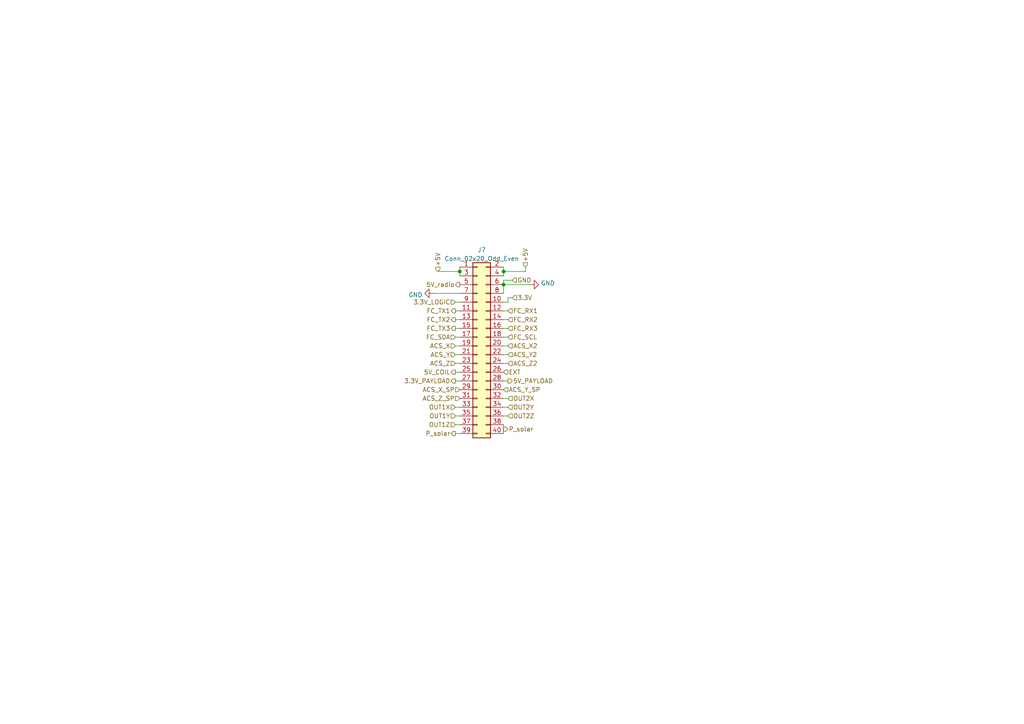
<source format=kicad_sch>
(kicad_sch (version 20211123) (generator eeschema)

  (uuid 57b43c94-0bd6-412c-b618-7087f3f99ff2)

  (paper "A4")

  (title_block
    (title "Board-to-Board Connector")
    (date "2022-12-06")
    (rev "Cainã C.")
    (company "AtomSat")
  )

  (lib_symbols
    (symbol "Connector_Generic:Conn_02x20_Odd_Even" (pin_names (offset 1.016) hide) (in_bom yes) (on_board yes)
      (property "Reference" "J" (id 0) (at 1.27 25.4 0)
        (effects (font (size 1.27 1.27)))
      )
      (property "Value" "Conn_02x20_Odd_Even" (id 1) (at 1.27 -27.94 0)
        (effects (font (size 1.27 1.27)))
      )
      (property "Footprint" "" (id 2) (at 0 0 0)
        (effects (font (size 1.27 1.27)) hide)
      )
      (property "Datasheet" "~" (id 3) (at 0 0 0)
        (effects (font (size 1.27 1.27)) hide)
      )
      (property "ki_keywords" "connector" (id 4) (at 0 0 0)
        (effects (font (size 1.27 1.27)) hide)
      )
      (property "ki_description" "Generic connector, double row, 02x20, odd/even pin numbering scheme (row 1 odd numbers, row 2 even numbers), script generated (kicad-library-utils/schlib/autogen/connector/)" (id 5) (at 0 0 0)
        (effects (font (size 1.27 1.27)) hide)
      )
      (property "ki_fp_filters" "Connector*:*_2x??_*" (id 6) (at 0 0 0)
        (effects (font (size 1.27 1.27)) hide)
      )
      (symbol "Conn_02x20_Odd_Even_1_1"
        (rectangle (start -1.27 -25.273) (end 0 -25.527)
          (stroke (width 0.1524) (type default) (color 0 0 0 0))
          (fill (type none))
        )
        (rectangle (start -1.27 -22.733) (end 0 -22.987)
          (stroke (width 0.1524) (type default) (color 0 0 0 0))
          (fill (type none))
        )
        (rectangle (start -1.27 -20.193) (end 0 -20.447)
          (stroke (width 0.1524) (type default) (color 0 0 0 0))
          (fill (type none))
        )
        (rectangle (start -1.27 -17.653) (end 0 -17.907)
          (stroke (width 0.1524) (type default) (color 0 0 0 0))
          (fill (type none))
        )
        (rectangle (start -1.27 -15.113) (end 0 -15.367)
          (stroke (width 0.1524) (type default) (color 0 0 0 0))
          (fill (type none))
        )
        (rectangle (start -1.27 -12.573) (end 0 -12.827)
          (stroke (width 0.1524) (type default) (color 0 0 0 0))
          (fill (type none))
        )
        (rectangle (start -1.27 -10.033) (end 0 -10.287)
          (stroke (width 0.1524) (type default) (color 0 0 0 0))
          (fill (type none))
        )
        (rectangle (start -1.27 -7.493) (end 0 -7.747)
          (stroke (width 0.1524) (type default) (color 0 0 0 0))
          (fill (type none))
        )
        (rectangle (start -1.27 -4.953) (end 0 -5.207)
          (stroke (width 0.1524) (type default) (color 0 0 0 0))
          (fill (type none))
        )
        (rectangle (start -1.27 -2.413) (end 0 -2.667)
          (stroke (width 0.1524) (type default) (color 0 0 0 0))
          (fill (type none))
        )
        (rectangle (start -1.27 0.127) (end 0 -0.127)
          (stroke (width 0.1524) (type default) (color 0 0 0 0))
          (fill (type none))
        )
        (rectangle (start -1.27 2.667) (end 0 2.413)
          (stroke (width 0.1524) (type default) (color 0 0 0 0))
          (fill (type none))
        )
        (rectangle (start -1.27 5.207) (end 0 4.953)
          (stroke (width 0.1524) (type default) (color 0 0 0 0))
          (fill (type none))
        )
        (rectangle (start -1.27 7.747) (end 0 7.493)
          (stroke (width 0.1524) (type default) (color 0 0 0 0))
          (fill (type none))
        )
        (rectangle (start -1.27 10.287) (end 0 10.033)
          (stroke (width 0.1524) (type default) (color 0 0 0 0))
          (fill (type none))
        )
        (rectangle (start -1.27 12.827) (end 0 12.573)
          (stroke (width 0.1524) (type default) (color 0 0 0 0))
          (fill (type none))
        )
        (rectangle (start -1.27 15.367) (end 0 15.113)
          (stroke (width 0.1524) (type default) (color 0 0 0 0))
          (fill (type none))
        )
        (rectangle (start -1.27 17.907) (end 0 17.653)
          (stroke (width 0.1524) (type default) (color 0 0 0 0))
          (fill (type none))
        )
        (rectangle (start -1.27 20.447) (end 0 20.193)
          (stroke (width 0.1524) (type default) (color 0 0 0 0))
          (fill (type none))
        )
        (rectangle (start -1.27 22.987) (end 0 22.733)
          (stroke (width 0.1524) (type default) (color 0 0 0 0))
          (fill (type none))
        )
        (rectangle (start -1.27 24.13) (end 3.81 -26.67)
          (stroke (width 0.254) (type default) (color 0 0 0 0))
          (fill (type background))
        )
        (rectangle (start 3.81 -25.273) (end 2.54 -25.527)
          (stroke (width 0.1524) (type default) (color 0 0 0 0))
          (fill (type none))
        )
        (rectangle (start 3.81 -22.733) (end 2.54 -22.987)
          (stroke (width 0.1524) (type default) (color 0 0 0 0))
          (fill (type none))
        )
        (rectangle (start 3.81 -20.193) (end 2.54 -20.447)
          (stroke (width 0.1524) (type default) (color 0 0 0 0))
          (fill (type none))
        )
        (rectangle (start 3.81 -17.653) (end 2.54 -17.907)
          (stroke (width 0.1524) (type default) (color 0 0 0 0))
          (fill (type none))
        )
        (rectangle (start 3.81 -15.113) (end 2.54 -15.367)
          (stroke (width 0.1524) (type default) (color 0 0 0 0))
          (fill (type none))
        )
        (rectangle (start 3.81 -12.573) (end 2.54 -12.827)
          (stroke (width 0.1524) (type default) (color 0 0 0 0))
          (fill (type none))
        )
        (rectangle (start 3.81 -10.033) (end 2.54 -10.287)
          (stroke (width 0.1524) (type default) (color 0 0 0 0))
          (fill (type none))
        )
        (rectangle (start 3.81 -7.493) (end 2.54 -7.747)
          (stroke (width 0.1524) (type default) (color 0 0 0 0))
          (fill (type none))
        )
        (rectangle (start 3.81 -4.953) (end 2.54 -5.207)
          (stroke (width 0.1524) (type default) (color 0 0 0 0))
          (fill (type none))
        )
        (rectangle (start 3.81 -2.413) (end 2.54 -2.667)
          (stroke (width 0.1524) (type default) (color 0 0 0 0))
          (fill (type none))
        )
        (rectangle (start 3.81 0.127) (end 2.54 -0.127)
          (stroke (width 0.1524) (type default) (color 0 0 0 0))
          (fill (type none))
        )
        (rectangle (start 3.81 2.667) (end 2.54 2.413)
          (stroke (width 0.1524) (type default) (color 0 0 0 0))
          (fill (type none))
        )
        (rectangle (start 3.81 5.207) (end 2.54 4.953)
          (stroke (width 0.1524) (type default) (color 0 0 0 0))
          (fill (type none))
        )
        (rectangle (start 3.81 7.747) (end 2.54 7.493)
          (stroke (width 0.1524) (type default) (color 0 0 0 0))
          (fill (type none))
        )
        (rectangle (start 3.81 10.287) (end 2.54 10.033)
          (stroke (width 0.1524) (type default) (color 0 0 0 0))
          (fill (type none))
        )
        (rectangle (start 3.81 12.827) (end 2.54 12.573)
          (stroke (width 0.1524) (type default) (color 0 0 0 0))
          (fill (type none))
        )
        (rectangle (start 3.81 15.367) (end 2.54 15.113)
          (stroke (width 0.1524) (type default) (color 0 0 0 0))
          (fill (type none))
        )
        (rectangle (start 3.81 17.907) (end 2.54 17.653)
          (stroke (width 0.1524) (type default) (color 0 0 0 0))
          (fill (type none))
        )
        (rectangle (start 3.81 20.447) (end 2.54 20.193)
          (stroke (width 0.1524) (type default) (color 0 0 0 0))
          (fill (type none))
        )
        (rectangle (start 3.81 22.987) (end 2.54 22.733)
          (stroke (width 0.1524) (type default) (color 0 0 0 0))
          (fill (type none))
        )
        (pin passive line (at -5.08 22.86 0) (length 3.81)
          (name "Pin_1" (effects (font (size 1.27 1.27))))
          (number "1" (effects (font (size 1.27 1.27))))
        )
        (pin passive line (at 7.62 12.7 180) (length 3.81)
          (name "Pin_10" (effects (font (size 1.27 1.27))))
          (number "10" (effects (font (size 1.27 1.27))))
        )
        (pin passive line (at -5.08 10.16 0) (length 3.81)
          (name "Pin_11" (effects (font (size 1.27 1.27))))
          (number "11" (effects (font (size 1.27 1.27))))
        )
        (pin passive line (at 7.62 10.16 180) (length 3.81)
          (name "Pin_12" (effects (font (size 1.27 1.27))))
          (number "12" (effects (font (size 1.27 1.27))))
        )
        (pin passive line (at -5.08 7.62 0) (length 3.81)
          (name "Pin_13" (effects (font (size 1.27 1.27))))
          (number "13" (effects (font (size 1.27 1.27))))
        )
        (pin passive line (at 7.62 7.62 180) (length 3.81)
          (name "Pin_14" (effects (font (size 1.27 1.27))))
          (number "14" (effects (font (size 1.27 1.27))))
        )
        (pin passive line (at -5.08 5.08 0) (length 3.81)
          (name "Pin_15" (effects (font (size 1.27 1.27))))
          (number "15" (effects (font (size 1.27 1.27))))
        )
        (pin passive line (at 7.62 5.08 180) (length 3.81)
          (name "Pin_16" (effects (font (size 1.27 1.27))))
          (number "16" (effects (font (size 1.27 1.27))))
        )
        (pin passive line (at -5.08 2.54 0) (length 3.81)
          (name "Pin_17" (effects (font (size 1.27 1.27))))
          (number "17" (effects (font (size 1.27 1.27))))
        )
        (pin passive line (at 7.62 2.54 180) (length 3.81)
          (name "Pin_18" (effects (font (size 1.27 1.27))))
          (number "18" (effects (font (size 1.27 1.27))))
        )
        (pin passive line (at -5.08 0 0) (length 3.81)
          (name "Pin_19" (effects (font (size 1.27 1.27))))
          (number "19" (effects (font (size 1.27 1.27))))
        )
        (pin passive line (at 7.62 22.86 180) (length 3.81)
          (name "Pin_2" (effects (font (size 1.27 1.27))))
          (number "2" (effects (font (size 1.27 1.27))))
        )
        (pin passive line (at 7.62 0 180) (length 3.81)
          (name "Pin_20" (effects (font (size 1.27 1.27))))
          (number "20" (effects (font (size 1.27 1.27))))
        )
        (pin passive line (at -5.08 -2.54 0) (length 3.81)
          (name "Pin_21" (effects (font (size 1.27 1.27))))
          (number "21" (effects (font (size 1.27 1.27))))
        )
        (pin passive line (at 7.62 -2.54 180) (length 3.81)
          (name "Pin_22" (effects (font (size 1.27 1.27))))
          (number "22" (effects (font (size 1.27 1.27))))
        )
        (pin passive line (at -5.08 -5.08 0) (length 3.81)
          (name "Pin_23" (effects (font (size 1.27 1.27))))
          (number "23" (effects (font (size 1.27 1.27))))
        )
        (pin passive line (at 7.62 -5.08 180) (length 3.81)
          (name "Pin_24" (effects (font (size 1.27 1.27))))
          (number "24" (effects (font (size 1.27 1.27))))
        )
        (pin passive line (at -5.08 -7.62 0) (length 3.81)
          (name "Pin_25" (effects (font (size 1.27 1.27))))
          (number "25" (effects (font (size 1.27 1.27))))
        )
        (pin passive line (at 7.62 -7.62 180) (length 3.81)
          (name "Pin_26" (effects (font (size 1.27 1.27))))
          (number "26" (effects (font (size 1.27 1.27))))
        )
        (pin passive line (at -5.08 -10.16 0) (length 3.81)
          (name "Pin_27" (effects (font (size 1.27 1.27))))
          (number "27" (effects (font (size 1.27 1.27))))
        )
        (pin passive line (at 7.62 -10.16 180) (length 3.81)
          (name "Pin_28" (effects (font (size 1.27 1.27))))
          (number "28" (effects (font (size 1.27 1.27))))
        )
        (pin passive line (at -5.08 -12.7 0) (length 3.81)
          (name "Pin_29" (effects (font (size 1.27 1.27))))
          (number "29" (effects (font (size 1.27 1.27))))
        )
        (pin passive line (at -5.08 20.32 0) (length 3.81)
          (name "Pin_3" (effects (font (size 1.27 1.27))))
          (number "3" (effects (font (size 1.27 1.27))))
        )
        (pin passive line (at 7.62 -12.7 180) (length 3.81)
          (name "Pin_30" (effects (font (size 1.27 1.27))))
          (number "30" (effects (font (size 1.27 1.27))))
        )
        (pin passive line (at -5.08 -15.24 0) (length 3.81)
          (name "Pin_31" (effects (font (size 1.27 1.27))))
          (number "31" (effects (font (size 1.27 1.27))))
        )
        (pin passive line (at 7.62 -15.24 180) (length 3.81)
          (name "Pin_32" (effects (font (size 1.27 1.27))))
          (number "32" (effects (font (size 1.27 1.27))))
        )
        (pin passive line (at -5.08 -17.78 0) (length 3.81)
          (name "Pin_33" (effects (font (size 1.27 1.27))))
          (number "33" (effects (font (size 1.27 1.27))))
        )
        (pin passive line (at 7.62 -17.78 180) (length 3.81)
          (name "Pin_34" (effects (font (size 1.27 1.27))))
          (number "34" (effects (font (size 1.27 1.27))))
        )
        (pin passive line (at -5.08 -20.32 0) (length 3.81)
          (name "Pin_35" (effects (font (size 1.27 1.27))))
          (number "35" (effects (font (size 1.27 1.27))))
        )
        (pin passive line (at 7.62 -20.32 180) (length 3.81)
          (name "Pin_36" (effects (font (size 1.27 1.27))))
          (number "36" (effects (font (size 1.27 1.27))))
        )
        (pin passive line (at -5.08 -22.86 0) (length 3.81)
          (name "Pin_37" (effects (font (size 1.27 1.27))))
          (number "37" (effects (font (size 1.27 1.27))))
        )
        (pin passive line (at 7.62 -22.86 180) (length 3.81)
          (name "Pin_38" (effects (font (size 1.27 1.27))))
          (number "38" (effects (font (size 1.27 1.27))))
        )
        (pin passive line (at -5.08 -25.4 0) (length 3.81)
          (name "Pin_39" (effects (font (size 1.27 1.27))))
          (number "39" (effects (font (size 1.27 1.27))))
        )
        (pin passive line (at 7.62 20.32 180) (length 3.81)
          (name "Pin_4" (effects (font (size 1.27 1.27))))
          (number "4" (effects (font (size 1.27 1.27))))
        )
        (pin passive line (at 7.62 -25.4 180) (length 3.81)
          (name "Pin_40" (effects (font (size 1.27 1.27))))
          (number "40" (effects (font (size 1.27 1.27))))
        )
        (pin passive line (at -5.08 17.78 0) (length 3.81)
          (name "Pin_5" (effects (font (size 1.27 1.27))))
          (number "5" (effects (font (size 1.27 1.27))))
        )
        (pin passive line (at 7.62 17.78 180) (length 3.81)
          (name "Pin_6" (effects (font (size 1.27 1.27))))
          (number "6" (effects (font (size 1.27 1.27))))
        )
        (pin passive line (at -5.08 15.24 0) (length 3.81)
          (name "Pin_7" (effects (font (size 1.27 1.27))))
          (number "7" (effects (font (size 1.27 1.27))))
        )
        (pin passive line (at 7.62 15.24 180) (length 3.81)
          (name "Pin_8" (effects (font (size 1.27 1.27))))
          (number "8" (effects (font (size 1.27 1.27))))
        )
        (pin passive line (at -5.08 12.7 0) (length 3.81)
          (name "Pin_9" (effects (font (size 1.27 1.27))))
          (number "9" (effects (font (size 1.27 1.27))))
        )
      )
    )
    (symbol "power:GND" (power) (pin_names (offset 0)) (in_bom yes) (on_board yes)
      (property "Reference" "#PWR" (id 0) (at 0 -6.35 0)
        (effects (font (size 1.27 1.27)) hide)
      )
      (property "Value" "GND" (id 1) (at 0 -3.81 0)
        (effects (font (size 1.27 1.27)))
      )
      (property "Footprint" "" (id 2) (at 0 0 0)
        (effects (font (size 1.27 1.27)) hide)
      )
      (property "Datasheet" "" (id 3) (at 0 0 0)
        (effects (font (size 1.27 1.27)) hide)
      )
      (property "ki_keywords" "power-flag" (id 4) (at 0 0 0)
        (effects (font (size 1.27 1.27)) hide)
      )
      (property "ki_description" "Power symbol creates a global label with name \"GND\" , ground" (id 5) (at 0 0 0)
        (effects (font (size 1.27 1.27)) hide)
      )
      (symbol "GND_0_1"
        (polyline
          (pts
            (xy 0 0)
            (xy 0 -1.27)
            (xy 1.27 -1.27)
            (xy 0 -2.54)
            (xy -1.27 -1.27)
            (xy 0 -1.27)
          )
          (stroke (width 0) (type default) (color 0 0 0 0))
          (fill (type none))
        )
      )
      (symbol "GND_1_1"
        (pin power_in line (at 0 0 270) (length 0) hide
          (name "GND" (effects (font (size 1.27 1.27))))
          (number "1" (effects (font (size 1.27 1.27))))
        )
      )
    )
  )

  (junction (at 133.35 78.74) (diameter 0) (color 0 0 0 0)
    (uuid 3cddbb17-bfff-45ae-853c-4e64f84118d7)
  )
  (junction (at 146.05 78.74) (diameter 0) (color 0 0 0 0)
    (uuid 9c625f34-8e41-487f-9f9a-8d5e30b1cdaf)
  )
  (junction (at 146.05 82.55) (diameter 0) (color 0 0 0 0)
    (uuid f63982e6-e7c9-4d9e-892c-3ba6f5a076bb)
  )

  (wire (pts (xy 146.05 81.28) (xy 146.05 82.55))
    (stroke (width 0) (type default) (color 0 0 0 0))
    (uuid 04b8ebcb-64bc-4325-9def-7d8414cc9df6)
  )
  (wire (pts (xy 132.08 120.65) (xy 133.35 120.65))
    (stroke (width 0) (type default) (color 0 0 0 0))
    (uuid 062ab40b-c43d-4909-bc32-514d3ea616ba)
  )
  (wire (pts (xy 132.08 87.63) (xy 133.35 87.63))
    (stroke (width 0) (type default) (color 0 0 0 0))
    (uuid 12d882e5-6343-4d1b-b43e-1b430602dfc4)
  )
  (wire (pts (xy 132.08 102.87) (xy 133.35 102.87))
    (stroke (width 0) (type default) (color 0 0 0 0))
    (uuid 19c4c840-3d0a-4471-8555-8879101f24f7)
  )
  (wire (pts (xy 146.05 78.74) (xy 152.4 78.74))
    (stroke (width 0) (type default) (color 0 0 0 0))
    (uuid 1adfea1f-a70a-438c-aae0-55d031ba9d7b)
  )
  (wire (pts (xy 146.05 100.33) (xy 147.32 100.33))
    (stroke (width 0) (type default) (color 0 0 0 0))
    (uuid 1b6f272c-b6bc-4f9a-a5cf-378fbc6b4ba5)
  )
  (wire (pts (xy 146.05 102.87) (xy 147.32 102.87))
    (stroke (width 0) (type default) (color 0 0 0 0))
    (uuid 22be3be7-1cf2-4f5a-9286-b7b193fd0ef2)
  )
  (wire (pts (xy 125.73 85.09) (xy 133.35 85.09))
    (stroke (width 0) (type default) (color 0 0 0 0))
    (uuid 2f88b0e8-63bc-4cca-8546-8c28a74ef4d7)
  )
  (wire (pts (xy 146.05 123.19) (xy 146.05 125.73))
    (stroke (width 0) (type default) (color 0 0 0 0))
    (uuid 3ccc2d73-c963-4975-af58-5136f8f457c4)
  )
  (wire (pts (xy 132.08 107.95) (xy 133.35 107.95))
    (stroke (width 0) (type default) (color 0 0 0 0))
    (uuid 556117ad-49db-4a87-9e7a-541227e770b0)
  )
  (wire (pts (xy 148.59 86.36) (xy 147.32 86.36))
    (stroke (width 0) (type default) (color 0 0 0 0))
    (uuid 581b5772-ca25-49e4-b929-29fa1ba38393)
  )
  (wire (pts (xy 127 78.74) (xy 133.35 78.74))
    (stroke (width 0) (type default) (color 0 0 0 0))
    (uuid 658af35d-4531-4972-81b0-d3c25f553966)
  )
  (wire (pts (xy 146.05 82.55) (xy 153.67 82.55))
    (stroke (width 0) (type default) (color 0 0 0 0))
    (uuid 688012f4-37d1-45b1-8366-e8a17e458823)
  )
  (wire (pts (xy 132.08 118.11) (xy 133.35 118.11))
    (stroke (width 0) (type default) (color 0 0 0 0))
    (uuid 784b6f71-3904-4bbd-a9b4-50430d1ff49d)
  )
  (wire (pts (xy 147.32 86.36) (xy 147.32 87.63))
    (stroke (width 0) (type default) (color 0 0 0 0))
    (uuid 79b5412e-7ee9-4df1-b481-b827ed83a442)
  )
  (wire (pts (xy 146.05 90.17) (xy 147.32 90.17))
    (stroke (width 0) (type default) (color 0 0 0 0))
    (uuid 7a65268d-1aaa-46c2-a0cb-63f73fb5f258)
  )
  (wire (pts (xy 132.08 95.25) (xy 133.35 95.25))
    (stroke (width 0) (type default) (color 0 0 0 0))
    (uuid 7d8e7ff2-f88a-4d18-93c6-c6d57d2feb52)
  )
  (wire (pts (xy 132.08 90.17) (xy 133.35 90.17))
    (stroke (width 0) (type default) (color 0 0 0 0))
    (uuid 7ec5295a-36d5-47e8-97a9-9efa6d5dc9ec)
  )
  (wire (pts (xy 146.05 120.65) (xy 147.32 120.65))
    (stroke (width 0) (type default) (color 0 0 0 0))
    (uuid 8188508e-c639-4220-995c-308f64726a15)
  )
  (wire (pts (xy 146.05 77.47) (xy 146.05 78.74))
    (stroke (width 0) (type default) (color 0 0 0 0))
    (uuid 85f0afa3-0c9f-4991-9c71-ffbc1fdca797)
  )
  (wire (pts (xy 132.08 100.33) (xy 133.35 100.33))
    (stroke (width 0) (type default) (color 0 0 0 0))
    (uuid a6e74a1b-a067-4e10-8976-e15591ed78c2)
  )
  (wire (pts (xy 148.59 81.28) (xy 146.05 81.28))
    (stroke (width 0) (type default) (color 0 0 0 0))
    (uuid a9278f34-2aa6-4c96-a3d5-c9cd1b365488)
  )
  (wire (pts (xy 132.08 105.41) (xy 133.35 105.41))
    (stroke (width 0) (type default) (color 0 0 0 0))
    (uuid ac893f68-16c2-4101-9d8f-42c8733ea5b1)
  )
  (wire (pts (xy 132.08 123.19) (xy 133.35 123.19))
    (stroke (width 0) (type default) (color 0 0 0 0))
    (uuid b09d3376-a913-4e89-bda8-a270e311eb3a)
  )
  (wire (pts (xy 133.35 77.47) (xy 133.35 78.74))
    (stroke (width 0) (type default) (color 0 0 0 0))
    (uuid b0b7a33c-bdb7-4007-ba36-2f396ecc7c6a)
  )
  (wire (pts (xy 133.35 78.74) (xy 133.35 80.01))
    (stroke (width 0) (type default) (color 0 0 0 0))
    (uuid b48cdc6f-395c-4c58-b6c6-72e26242cf1c)
  )
  (wire (pts (xy 146.05 97.79) (xy 147.32 97.79))
    (stroke (width 0) (type default) (color 0 0 0 0))
    (uuid bd6f53a8-38fd-4426-8494-88569cfe3153)
  )
  (wire (pts (xy 146.05 95.25) (xy 147.32 95.25))
    (stroke (width 0) (type default) (color 0 0 0 0))
    (uuid c69a1523-5fee-45bc-995e-ab6f317104ba)
  )
  (wire (pts (xy 146.05 78.74) (xy 146.05 80.01))
    (stroke (width 0) (type default) (color 0 0 0 0))
    (uuid d08004f4-d146-457d-a884-bbc3a18f531e)
  )
  (wire (pts (xy 146.05 92.71) (xy 147.32 92.71))
    (stroke (width 0) (type default) (color 0 0 0 0))
    (uuid d65e05c8-065e-4eee-a5f1-b1141c245bc2)
  )
  (wire (pts (xy 152.4 77.47) (xy 152.4 78.74))
    (stroke (width 0) (type default) (color 0 0 0 0))
    (uuid d6addfe0-9b2c-47f3-b634-d4f8718b37f1)
  )
  (wire (pts (xy 132.08 92.71) (xy 133.35 92.71))
    (stroke (width 0) (type default) (color 0 0 0 0))
    (uuid d91e77aa-5f20-4538-bcb7-0a4c9004cd3c)
  )
  (wire (pts (xy 146.05 110.49) (xy 147.32 110.49))
    (stroke (width 0) (type default) (color 0 0 0 0))
    (uuid e20cee18-0fa9-4409-abe2-c9cdb8cdef55)
  )
  (wire (pts (xy 146.05 87.63) (xy 147.32 87.63))
    (stroke (width 0) (type default) (color 0 0 0 0))
    (uuid e417ba4a-49ee-4c33-a036-2c25b2def5a6)
  )
  (wire (pts (xy 146.05 105.41) (xy 147.32 105.41))
    (stroke (width 0) (type default) (color 0 0 0 0))
    (uuid e8a70118-5c16-491c-aa4e-6e3cf3e61ff0)
  )
  (wire (pts (xy 132.08 125.73) (xy 133.35 125.73))
    (stroke (width 0) (type default) (color 0 0 0 0))
    (uuid e9856ddc-0abf-4d1c-8962-afdfab50d854)
  )
  (wire (pts (xy 146.05 82.55) (xy 146.05 85.09))
    (stroke (width 0) (type default) (color 0 0 0 0))
    (uuid ee6910ba-584c-43f6-969c-e5fb6f4499e7)
  )
  (wire (pts (xy 132.08 110.49) (xy 133.35 110.49))
    (stroke (width 0) (type default) (color 0 0 0 0))
    (uuid f2a0f2ff-aa44-44c5-9a05-e4c0c422f927)
  )
  (wire (pts (xy 147.32 115.57) (xy 146.05 115.57))
    (stroke (width 0) (type default) (color 0 0 0 0))
    (uuid f41a17a0-923d-44a1-a3b2-eb7934a5ad41)
  )
  (wire (pts (xy 132.08 97.79) (xy 133.35 97.79))
    (stroke (width 0) (type default) (color 0 0 0 0))
    (uuid f81be435-66cc-48b5-92dc-fc4738e1a950)
  )
  (wire (pts (xy 146.05 118.11) (xy 147.32 118.11))
    (stroke (width 0) (type default) (color 0 0 0 0))
    (uuid fbb0cd97-659f-4581-b611-580487d30ed9)
  )

  (hierarchical_label "+5V" (shape input) (at 127 78.74 90)
    (effects (font (size 1.27 1.27)) (justify left))
    (uuid 04e42082-50ea-461a-ba42-0e8e4d347c81)
  )
  (hierarchical_label "ACS_X2" (shape input) (at 147.32 100.33 0)
    (effects (font (size 1.27 1.27)) (justify left))
    (uuid 071f326e-3a62-4246-aa9a-96a22c8b40f7)
  )
  (hierarchical_label "FC_TX2" (shape output) (at 132.08 92.71 180)
    (effects (font (size 1.27 1.27)) (justify right))
    (uuid 07911c56-5e3e-46b2-8827-e9a4317fd8fb)
  )
  (hierarchical_label "ACS_Z2" (shape input) (at 147.32 105.41 0)
    (effects (font (size 1.27 1.27)) (justify left))
    (uuid 2012ac91-9a28-472e-9836-b47db6fe4e22)
  )
  (hierarchical_label "P_solar" (shape output) (at 132.08 125.73 180)
    (effects (font (size 1.27 1.27)) (justify right))
    (uuid 36406ff8-341e-44e6-811a-db4a7ff7c407)
  )
  (hierarchical_label "ACS_Z_SP" (shape input) (at 133.35 115.57 180)
    (effects (font (size 1.27 1.27)) (justify right))
    (uuid 3ee972e5-9e04-4e54-81b6-cb40be78b575)
  )
  (hierarchical_label "FC_RX3" (shape input) (at 147.32 95.25 0)
    (effects (font (size 1.27 1.27)) (justify left))
    (uuid 3fcc3a33-2534-4226-9e4b-70e20223d990)
  )
  (hierarchical_label "EXT" (shape input) (at 146.05 107.95 0)
    (effects (font (size 1.27 1.27)) (justify left))
    (uuid 43ec4bb5-d76f-4b55-a20a-73fba81bc355)
  )
  (hierarchical_label "OUT1X" (shape input) (at 132.08 118.11 180)
    (effects (font (size 1.27 1.27)) (justify right))
    (uuid 44f80ee6-70d0-410d-bb29-37171c31c696)
  )
  (hierarchical_label "OUT1Z" (shape input) (at 132.08 123.19 180)
    (effects (font (size 1.27 1.27)) (justify right))
    (uuid 45df9c3b-73ea-4a10-81dc-d74c06112f2a)
  )
  (hierarchical_label "OUT2X" (shape input) (at 147.32 115.57 0)
    (effects (font (size 1.27 1.27)) (justify left))
    (uuid 576267ed-fe4a-4945-a5f2-598207ccb990)
  )
  (hierarchical_label "ACS_Y_SP" (shape input) (at 146.05 113.03 0)
    (effects (font (size 1.27 1.27)) (justify left))
    (uuid 655e9147-d2b1-4447-b626-036a5e8e9e29)
  )
  (hierarchical_label "GND" (shape input) (at 148.59 81.28 0)
    (effects (font (size 1.27 1.27)) (justify left))
    (uuid 6568504c-517e-4f3d-8d08-aa325a6ab71b)
  )
  (hierarchical_label "ACS_X" (shape input) (at 132.08 100.33 180)
    (effects (font (size 1.27 1.27)) (justify right))
    (uuid 77d41130-7d7c-4f51-bb04-028c1ccb551f)
  )
  (hierarchical_label "5V_COIL" (shape output) (at 132.08 107.95 180)
    (effects (font (size 1.27 1.27)) (justify right))
    (uuid 7868dfe2-6c00-48c5-bee9-75b2befa3f4e)
  )
  (hierarchical_label "P_solar" (shape output) (at 146.05 124.46 0)
    (effects (font (size 1.27 1.27)) (justify left))
    (uuid 788c6f21-a9cc-41a3-bd88-d466d33cc24a)
  )
  (hierarchical_label "ACS_Y2" (shape input) (at 147.32 102.87 0)
    (effects (font (size 1.27 1.27)) (justify left))
    (uuid 7d548b35-6cb7-4591-acc2-b22a9c209ab5)
  )
  (hierarchical_label "3.3V" (shape input) (at 148.59 86.36 0)
    (effects (font (size 1.27 1.27)) (justify left))
    (uuid 7fa8af9f-ff10-494d-b7eb-4d214a7dca8a)
  )
  (hierarchical_label "5V_radio" (shape output) (at 133.35 82.55 180)
    (effects (font (size 1.27 1.27)) (justify right))
    (uuid 9d0ceb5a-4165-40e7-997c-960552c66496)
  )
  (hierarchical_label "ACS_Z" (shape input) (at 132.08 105.41 180)
    (effects (font (size 1.27 1.27)) (justify right))
    (uuid 9d890220-e81e-44e1-8e92-a3bda5969337)
  )
  (hierarchical_label "+5V" (shape input) (at 152.4 77.47 90)
    (effects (font (size 1.27 1.27)) (justify left))
    (uuid 9dd810a6-5a83-412b-95e7-8ff9d41273fc)
  )
  (hierarchical_label "OUT1Y" (shape input) (at 132.08 120.65 180)
    (effects (font (size 1.27 1.27)) (justify right))
    (uuid a26828be-efb0-42bb-9a35-76bd974d2254)
  )
  (hierarchical_label "FC_SDA" (shape input) (at 132.08 97.79 180)
    (effects (font (size 1.27 1.27)) (justify right))
    (uuid a45e0cda-390f-435c-b26c-237595d24ceb)
  )
  (hierarchical_label "3.3V_PAYLOAD" (shape output) (at 132.08 110.49 180)
    (effects (font (size 1.27 1.27)) (justify right))
    (uuid a58b0288-c25b-46d1-bc45-71bdae05391b)
  )
  (hierarchical_label "OUT2Y" (shape input) (at 147.32 118.11 0)
    (effects (font (size 1.27 1.27)) (justify left))
    (uuid a8246b00-0c12-41d9-bbbb-a6dd05b73464)
  )
  (hierarchical_label "FC_TX1" (shape output) (at 132.08 90.17 180)
    (effects (font (size 1.27 1.27)) (justify right))
    (uuid a8c99d2d-e72a-4538-bbaf-16a917ba2d57)
  )
  (hierarchical_label "ACS_X_SP" (shape input) (at 133.35 113.03 180)
    (effects (font (size 1.27 1.27)) (justify right))
    (uuid aaed90ed-339c-43ee-86d9-34bde287ab67)
  )
  (hierarchical_label "3.3V_LOGIC" (shape input) (at 132.08 87.63 180)
    (effects (font (size 1.27 1.27)) (justify right))
    (uuid ad064e23-db62-44bd-98d9-aad42d4c6f95)
  )
  (hierarchical_label "5V_PAYLOAD" (shape output) (at 147.32 110.49 0)
    (effects (font (size 1.27 1.27)) (justify left))
    (uuid c25fcae7-ff2e-429a-8153-b91ecfcd0814)
  )
  (hierarchical_label "ACS_Y" (shape input) (at 132.08 102.87 180)
    (effects (font (size 1.27 1.27)) (justify right))
    (uuid cce038ab-7eed-4042-ab79-44299b8b68aa)
  )
  (hierarchical_label "FC_SCL" (shape input) (at 147.32 97.79 0)
    (effects (font (size 1.27 1.27)) (justify left))
    (uuid dc5e8a66-f95e-47fb-a1cf-efb07884e6b7)
  )
  (hierarchical_label "FC_RX1" (shape input) (at 147.32 90.17 0)
    (effects (font (size 1.27 1.27)) (justify left))
    (uuid e3b94251-9866-40cb-bc70-550734919e8d)
  )
  (hierarchical_label "FC_TX3" (shape output) (at 132.08 95.25 180)
    (effects (font (size 1.27 1.27)) (justify right))
    (uuid eca3dc76-c5ba-43ae-9160-22f036031c0b)
  )
  (hierarchical_label "FC_RX2" (shape input) (at 147.32 92.71 0)
    (effects (font (size 1.27 1.27)) (justify left))
    (uuid f36e0df7-ea4c-4d7f-b89e-6296dcd6517f)
  )
  (hierarchical_label "OUT2Z" (shape input) (at 147.32 120.65 0)
    (effects (font (size 1.27 1.27)) (justify left))
    (uuid f48472c5-ab1c-40f0-93cb-b199557a9ed2)
  )

  (symbol (lib_id "Connector_Generic:Conn_02x20_Odd_Even") (at 138.43 100.33 0) (unit 1)
    (in_bom yes) (on_board yes) (fields_autoplaced)
    (uuid 05fe7546-13fc-40b9-bcff-c1511a45e519)
    (property "Reference" "J7" (id 0) (at 139.7 72.5002 0))
    (property "Value" "Conn_02x20_Odd_Even" (id 1) (at 139.7 75.0371 0))
    (property "Footprint" "Connector_PinHeader_2.54mm:PinHeader_2x20_P2.54mm_Vertical" (id 2) (at 138.43 100.33 0)
      (effects (font (size 1.27 1.27)) hide)
    )
    (property "Datasheet" "~" (id 3) (at 138.43 100.33 0)
      (effects (font (size 1.27 1.27)) hide)
    )
    (pin "1" (uuid 657bef2e-96b8-4d31-9fad-eb483bf6251d))
    (pin "10" (uuid 258d9670-4565-4a3c-a967-1fe59e0cb6f4))
    (pin "11" (uuid c425653f-99f3-480e-9660-36f569e973a5))
    (pin "12" (uuid ea5e2e85-e5d6-4adc-9403-0e2e9270f81a))
    (pin "13" (uuid b4ebba85-4b63-40c5-be8c-f5accc8d73f6))
    (pin "14" (uuid 21ce31ce-58dd-4864-861e-330c73114404))
    (pin "15" (uuid 9bbbac32-3f98-49cc-97a9-af9fd4276311))
    (pin "16" (uuid 96b28464-c275-4cb5-91d3-f7d294aa29e7))
    (pin "17" (uuid 7c862367-1de1-4ea1-ac47-1f4c426e4f44))
    (pin "18" (uuid a85c343a-9792-4c37-9672-fd90a50b98ce))
    (pin "19" (uuid 854c86ae-6e99-4230-b205-70522f59e8d6))
    (pin "2" (uuid da96faf3-b864-4a61-b24d-4553f3a45b5c))
    (pin "20" (uuid 232409d4-9917-4da8-b23c-c54d236d4f4e))
    (pin "21" (uuid 9d7cac8a-3d00-41c8-84d2-dceb74622c3d))
    (pin "22" (uuid 77305cf4-c0df-46d4-ae68-442bbf31e936))
    (pin "23" (uuid 5569a7d0-35ca-467f-8c82-63d695ba0002))
    (pin "24" (uuid e6a9fc63-c243-4185-adfa-e108aa8f37e0))
    (pin "25" (uuid b22ea354-4ed5-41b2-bc41-811a0e87b20e))
    (pin "26" (uuid 55012e37-f6c6-4d72-aaa0-4b61502ad527))
    (pin "27" (uuid c9480279-5863-46a0-ba7b-065953de2994))
    (pin "28" (uuid fde5fb08-8872-4c3d-94bc-7034544d8023))
    (pin "29" (uuid a5015c30-1f67-4aa8-b293-2828c666b75e))
    (pin "3" (uuid 14b3ec27-6940-4c2a-be6b-2df1adc54e5c))
    (pin "30" (uuid f4d1cbfa-905e-4be1-bc09-af58ba4d126c))
    (pin "31" (uuid 9d3de8b4-bcfa-4018-8034-efb81f3b86a5))
    (pin "32" (uuid 248a17fd-c139-40ab-806c-21303895c164))
    (pin "33" (uuid e5bbbae0-aacf-4c5b-b182-dfc86db50baf))
    (pin "34" (uuid 7613b459-6ced-4add-8b65-ea8fe9b704d9))
    (pin "35" (uuid 41433d1e-2d86-475b-b79e-81c751f3e96d))
    (pin "36" (uuid 813fa967-bf2e-446b-899c-754638111131))
    (pin "37" (uuid bbc1d28b-d2ee-419d-b271-24da798ced7b))
    (pin "38" (uuid 9629a409-9624-424c-a582-e2f642201fe2))
    (pin "39" (uuid d0ab04c7-8b2c-46f4-b493-6d1f503cab69))
    (pin "4" (uuid b375a689-e600-48fa-a004-6fc9a769d6c5))
    (pin "40" (uuid 7f214e20-adb8-4dbd-8dd8-5853eea52e26))
    (pin "5" (uuid 52df333d-6c98-4433-8efb-f55ce6f61cc9))
    (pin "6" (uuid 195031ae-4d7f-46ad-be1f-08653da97233))
    (pin "7" (uuid b26b366b-dc24-4c7f-8cba-35f357aa2d33))
    (pin "8" (uuid ef6d9fb4-294f-4322-b005-b205026471c6))
    (pin "9" (uuid 66152fba-562a-4810-b215-273856479149))
  )

  (symbol (lib_id "power:GND") (at 153.67 82.55 90) (unit 1)
    (in_bom yes) (on_board yes) (fields_autoplaced)
    (uuid 70556bce-9738-4c53-91b9-a486d5bd6ff9)
    (property "Reference" "#PWR052" (id 0) (at 160.02 82.55 0)
      (effects (font (size 1.27 1.27)) hide)
    )
    (property "Value" "GND" (id 1) (at 156.8449 82.1162 90)
      (effects (font (size 1.27 1.27)) (justify right))
    )
    (property "Footprint" "" (id 2) (at 153.67 82.55 0)
      (effects (font (size 1.27 1.27)) hide)
    )
    (property "Datasheet" "" (id 3) (at 153.67 82.55 0)
      (effects (font (size 1.27 1.27)) hide)
    )
    (pin "1" (uuid 9ce5ab42-959f-4ef8-b303-6095bdeefbf4))
  )

  (symbol (lib_id "power:GND") (at 125.73 85.09 270) (unit 1)
    (in_bom yes) (on_board yes) (fields_autoplaced)
    (uuid dd18bd90-0db3-4e2d-b66b-4c0e60bd8996)
    (property "Reference" "#PWR049" (id 0) (at 119.38 85.09 0)
      (effects (font (size 1.27 1.27)) hide)
    )
    (property "Value" "GND" (id 1) (at 122.5551 85.5238 90)
      (effects (font (size 1.27 1.27)) (justify right))
    )
    (property "Footprint" "" (id 2) (at 125.73 85.09 0)
      (effects (font (size 1.27 1.27)) hide)
    )
    (property "Datasheet" "" (id 3) (at 125.73 85.09 0)
      (effects (font (size 1.27 1.27)) hide)
    )
    (pin "1" (uuid 82442719-0c2f-4297-a135-5b34307b9c37))
  )
)

</source>
